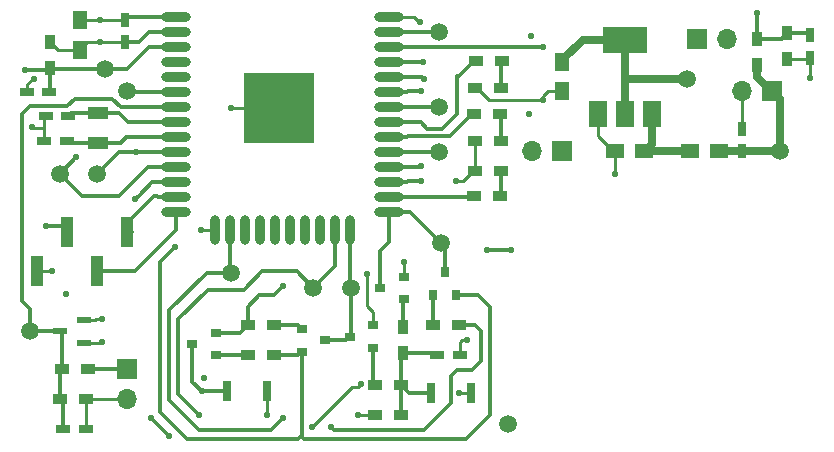
<source format=gbr>
G04 #@! TF.FileFunction,Copper,L1,Top,Signal*
%FSLAX46Y46*%
G04 Gerber Fmt 4.6, Leading zero omitted, Abs format (unit mm)*
G04 Created by KiCad (PCBNEW 4.0.7) date 02/27/19 21:19:10*
%MOMM*%
%LPD*%
G01*
G04 APERTURE LIST*
%ADD10C,0.100000*%
%ADD11R,0.750000X1.200000*%
%ADD12R,1.250000X1.500000*%
%ADD13R,1.200000X0.750000*%
%ADD14R,1.200000X0.900000*%
%ADD15R,1.300000X0.600000*%
%ADD16R,1.000000X2.510000*%
%ADD17R,0.900000X0.800000*%
%ADD18R,0.800000X0.900000*%
%ADD19R,0.900000X1.200000*%
%ADD20R,0.800000X1.700000*%
%ADD21C,1.500000*%
%ADD22R,1.500000X2.200000*%
%ADD23R,3.800000X2.200000*%
%ADD24O,2.500000X0.900000*%
%ADD25O,0.900000X2.500000*%
%ADD26R,6.000000X6.000000*%
%ADD27R,1.800000X1.000000*%
%ADD28R,1.500000X1.250000*%
%ADD29R,1.700000X1.700000*%
%ADD30O,1.700000X1.700000*%
%ADD31C,0.558800*%
%ADD32C,0.635000*%
%ADD33C,0.254000*%
%ADD34C,0.304800*%
G04 APERTURE END LIST*
D10*
D11*
X112230000Y-74595000D03*
X112230000Y-72695000D03*
D12*
X96990000Y-67000000D03*
X96990000Y-69500000D03*
D11*
X59995000Y-65375000D03*
X59995000Y-63475000D03*
D12*
X56185000Y-65975000D03*
X56185000Y-63475000D03*
D13*
X86415702Y-91874130D03*
X88315702Y-91874130D03*
X55037000Y-73701000D03*
X53137000Y-73701000D03*
X55169000Y-71603000D03*
X53269000Y-71603000D03*
X53579000Y-69571000D03*
X51679000Y-69571000D03*
D14*
X89615096Y-69247286D03*
X91815096Y-69247286D03*
X89615096Y-73692286D03*
X91815096Y-73692286D03*
X89615096Y-76232286D03*
X91815096Y-76232286D03*
D15*
X54445000Y-89840000D03*
X56545000Y-88890000D03*
X56545000Y-90790000D03*
D16*
X60160000Y-81450000D03*
X55080000Y-81450000D03*
X57620000Y-84760000D03*
X52540000Y-84760000D03*
D17*
X83600702Y-87109130D03*
X83600702Y-85209130D03*
X81600702Y-86159130D03*
X81015702Y-91234130D03*
X81015702Y-89334130D03*
X79015702Y-90284130D03*
X67680702Y-91869130D03*
X67680702Y-89969130D03*
X65680702Y-90919130D03*
D18*
X86095702Y-86794130D03*
X87995702Y-86794130D03*
X87045702Y-84794130D03*
D17*
X74935702Y-89654130D03*
X74935702Y-91554130D03*
X76935702Y-90604130D03*
D14*
X54445000Y-95555000D03*
X56645000Y-95555000D03*
D19*
X113500000Y-67275000D03*
X113500000Y-65075000D03*
X116040000Y-64610000D03*
X116040000Y-66810000D03*
D14*
X83385702Y-96954130D03*
X81185702Y-96954130D03*
X89710000Y-66980000D03*
X91910000Y-66980000D03*
X83385702Y-94414130D03*
X81185702Y-94414130D03*
D19*
X83555702Y-91704130D03*
X83555702Y-89504130D03*
D14*
X89540000Y-71425000D03*
X91740000Y-71425000D03*
X89540000Y-78410000D03*
X91740000Y-78410000D03*
X72590702Y-91874130D03*
X70390702Y-91874130D03*
X88295702Y-89334130D03*
X86095702Y-89334130D03*
X70390702Y-89334130D03*
X72590702Y-89334130D03*
D19*
X53645000Y-65339000D03*
X53645000Y-67539000D03*
D20*
X89270702Y-95049130D03*
X85870702Y-95049130D03*
X68620000Y-94920000D03*
X72020000Y-94920000D03*
D21*
X92418000Y-97714000D03*
X115405000Y-74600000D03*
X107531000Y-68504000D03*
X86605096Y-64497286D03*
X86605096Y-70847286D03*
X86605096Y-74657286D03*
X58255000Y-67615000D03*
X60160000Y-69520000D03*
X51905000Y-89840000D03*
X57620000Y-76505000D03*
X54445000Y-76505000D03*
X68950702Y-84889130D03*
X75935702Y-86159130D03*
X79110702Y-86159130D03*
X86730702Y-82349130D03*
D22*
X104610000Y-71425000D03*
X102310000Y-71425000D03*
X100010000Y-71425000D03*
D23*
X102310000Y-65125000D03*
D24*
X82330000Y-63255000D03*
X82330000Y-64525000D03*
X82330000Y-65795000D03*
X82330000Y-67065000D03*
X82330000Y-68335000D03*
X82330000Y-69605000D03*
X82330000Y-70875000D03*
X82330000Y-72145000D03*
X82330000Y-73415000D03*
X82330000Y-74685000D03*
X82330000Y-75955000D03*
X82330000Y-77225000D03*
X82330000Y-78495000D03*
X82330000Y-79765000D03*
D25*
X79045000Y-81255000D03*
X77775000Y-81255000D03*
X76505000Y-81255000D03*
X75235000Y-81255000D03*
X73965000Y-81255000D03*
X72695000Y-81255000D03*
X71425000Y-81255000D03*
X70155000Y-81255000D03*
X68885000Y-81255000D03*
X67615000Y-81255000D03*
D24*
X64330000Y-79765000D03*
X64330000Y-78495000D03*
X64330000Y-77225000D03*
X64330000Y-75955000D03*
X64330000Y-74685000D03*
X64330000Y-73415000D03*
X64330000Y-72145000D03*
X64330000Y-70875000D03*
X64330000Y-69605000D03*
X64330000Y-68335000D03*
X64330000Y-67065000D03*
X64330000Y-65795000D03*
X64330000Y-64525000D03*
X64330000Y-63255000D03*
D26*
X73030000Y-70955000D03*
D27*
X57709000Y-73869000D03*
X57709000Y-71369000D03*
D13*
X54765000Y-98095000D03*
X56665000Y-98095000D03*
D28*
X103955000Y-74600000D03*
X101455000Y-74600000D03*
D11*
X117945000Y-64760000D03*
X117945000Y-66660000D03*
D29*
X114770000Y-69520000D03*
D30*
X112230000Y-69520000D03*
D29*
X60160000Y-93015000D03*
D30*
X60160000Y-95555000D03*
D29*
X108420000Y-65075000D03*
D30*
X110960000Y-65075000D03*
D29*
X96990000Y-74600000D03*
D30*
X94450000Y-74600000D03*
D28*
X107805000Y-74600000D03*
X110305000Y-74600000D03*
D14*
X56815000Y-93015000D03*
X54615000Y-93015000D03*
D31*
X101435000Y-76505000D03*
X68923000Y-70917000D03*
X54945000Y-86673000D03*
X87973000Y-77140000D03*
X95339000Y-70282000D03*
X117945000Y-68377000D03*
X84925000Y-63678000D03*
X92418000Y-97714000D03*
X88958832Y-90602000D03*
X83600702Y-83925298D03*
X80480000Y-85014000D03*
X79720130Y-96954130D03*
X72020000Y-96903000D03*
X66434000Y-81255000D03*
X53810000Y-84760000D03*
X58001000Y-90729000D03*
X52108200Y-72568000D03*
X52286000Y-68504000D03*
X57874000Y-63475000D03*
X94323000Y-64821000D03*
X102310000Y-69393000D03*
X102310000Y-67361000D03*
X94196000Y-71425000D03*
X88227000Y-95047000D03*
X66637000Y-93777000D03*
X58001000Y-88824000D03*
X57874000Y-65375000D03*
X113500000Y-62916000D03*
X60160000Y-69520000D03*
X51524000Y-67742000D03*
X66510000Y-94920000D03*
X60862708Y-78639619D03*
X90640000Y-82982000D03*
X92672000Y-82982000D03*
X62192000Y-97206000D03*
X63716000Y-98730000D03*
X75781000Y-97968000D03*
X79972000Y-94285000D03*
X85052000Y-75870000D03*
X73368000Y-97206000D03*
X53302000Y-80950000D03*
X77432000Y-97968000D03*
X73368000Y-86030000D03*
X66256000Y-96952000D03*
X64224000Y-82728000D03*
X85052000Y-77140000D03*
X85052000Y-69520000D03*
X95381000Y-65795000D03*
X60922000Y-74685000D03*
X55842000Y-75108000D03*
X85221000Y-67065000D03*
X85306000Y-68504000D03*
D32*
X114770000Y-69520000D02*
X114691317Y-69520000D01*
X113500000Y-68328683D02*
X113500000Y-67275000D01*
X114691317Y-69520000D02*
X113500000Y-68328683D01*
X115405000Y-74600000D02*
X115405000Y-70155000D01*
X115405000Y-70155000D02*
X114770000Y-69520000D01*
X111849000Y-74600000D02*
X112225000Y-74600000D01*
X110305000Y-74600000D02*
X111849000Y-74600000D01*
X111849000Y-74600000D02*
X115405000Y-74600000D01*
X112225000Y-74600000D02*
X112230000Y-74595000D01*
D33*
X53137000Y-72822000D02*
X53137000Y-72592480D01*
X53137000Y-72592480D02*
X52132680Y-72592480D01*
X52132680Y-72592480D02*
X52108200Y-72568000D01*
X101455000Y-74600000D02*
X101455000Y-76485000D01*
X101455000Y-76485000D02*
X101435000Y-76505000D01*
X73030000Y-70955000D02*
X68961000Y-70955000D01*
X68961000Y-70955000D02*
X68923000Y-70917000D01*
X101455000Y-74600000D02*
X101330000Y-74600000D01*
X101330000Y-74600000D02*
X100010000Y-73280000D01*
X100010000Y-72779000D02*
X100010000Y-71425000D01*
X100010000Y-73280000D02*
X100010000Y-72779000D01*
X88557382Y-77140000D02*
X87973000Y-77140000D01*
X89615096Y-76232286D02*
X89465096Y-76232286D01*
X89465096Y-76232286D02*
X88557382Y-77140000D01*
X89615096Y-76232286D02*
X89615096Y-73692286D01*
X96990000Y-69500000D02*
X95781791Y-69500000D01*
X95781791Y-69500000D02*
X95339000Y-69942791D01*
X95339000Y-69942791D02*
X95339000Y-70282000D01*
X90799810Y-70282000D02*
X95339000Y-70282000D01*
X89615096Y-69247286D02*
X89765096Y-69247286D01*
X89765096Y-69247286D02*
X90799810Y-70282000D01*
X117945000Y-67514000D02*
X117945000Y-68377000D01*
X117945000Y-66660000D02*
X117945000Y-67514000D01*
X116040000Y-66810000D02*
X117795000Y-66810000D01*
X117795000Y-66810000D02*
X117945000Y-66660000D01*
X112230000Y-72695000D02*
X112230000Y-69520000D01*
X82330000Y-63255000D02*
X84438221Y-63255000D01*
X84438221Y-63255000D02*
X84861221Y-63678000D01*
X84861221Y-63678000D02*
X84925000Y-63678000D01*
X81015702Y-89334130D02*
X81015702Y-88208257D01*
X81015702Y-88208257D02*
X80480000Y-87672555D01*
X80480000Y-87672555D02*
X80480000Y-85014000D01*
X88315702Y-91874130D02*
X88315702Y-90763884D01*
X88315702Y-90763884D02*
X88477586Y-90602000D01*
X88477586Y-90602000D02*
X88958832Y-90602000D01*
X83600702Y-85209130D02*
X83600702Y-83925298D01*
X81185702Y-96954130D02*
X79720130Y-96954130D01*
X72020000Y-94920000D02*
X72020000Y-96903000D01*
X67615000Y-81255000D02*
X66434000Y-81255000D01*
X53294000Y-84760000D02*
X53810000Y-84760000D01*
X52540000Y-84760000D02*
X53294000Y-84760000D01*
X57940000Y-90790000D02*
X58001000Y-90729000D01*
X56545000Y-90790000D02*
X57940000Y-90790000D01*
X56645000Y-95555000D02*
X60160000Y-95555000D01*
X56665000Y-98095000D02*
X56665000Y-95575000D01*
X56665000Y-95575000D02*
X56645000Y-95555000D01*
X53137000Y-72822000D02*
X53137000Y-71735000D01*
X53137000Y-73701000D02*
X53137000Y-72822000D01*
X53137000Y-71735000D02*
X53269000Y-71603000D01*
X52117000Y-68504000D02*
X52286000Y-68504000D01*
X51679000Y-69571000D02*
X51679000Y-68942000D01*
X51679000Y-68942000D02*
X52117000Y-68504000D01*
X57874000Y-63475000D02*
X56185000Y-63475000D01*
X59995000Y-63475000D02*
X57874000Y-63475000D01*
D34*
X64330000Y-63255000D02*
X60215000Y-63255000D01*
X60215000Y-63255000D02*
X59995000Y-63475000D01*
D32*
X107805000Y-74600000D02*
X103955000Y-74600000D01*
X103975000Y-74600000D02*
X104610000Y-73965000D01*
X104610000Y-73965000D02*
X104610000Y-71425000D01*
X103955000Y-74600000D02*
X103975000Y-74600000D01*
X102310000Y-69393000D02*
X102310000Y-68250000D01*
X102310000Y-71425000D02*
X102310000Y-69393000D01*
X102310000Y-67361000D02*
X102310000Y-65125000D01*
X102310000Y-68250000D02*
X102310000Y-67361000D01*
D33*
X89270702Y-95049130D02*
X88229130Y-95049130D01*
X88229130Y-95049130D02*
X88227000Y-95047000D01*
X57515000Y-88824000D02*
X58001000Y-88824000D01*
X56545000Y-88890000D02*
X57449000Y-88890000D01*
X57449000Y-88890000D02*
X57515000Y-88824000D01*
X57874000Y-65375000D02*
X56785000Y-65375000D01*
X59995000Y-65375000D02*
X57874000Y-65375000D01*
X56185000Y-65975000D02*
X54281000Y-65975000D01*
X54281000Y-65975000D02*
X53645000Y-65339000D01*
X56785000Y-65375000D02*
X56185000Y-65975000D01*
D32*
X107531000Y-68504000D02*
X102564000Y-68504000D01*
X102564000Y-68504000D02*
X102310000Y-68250000D01*
X96990000Y-67000000D02*
X96990000Y-66875000D01*
X96990000Y-66875000D02*
X98740000Y-65125000D01*
X98740000Y-65125000D02*
X99775000Y-65125000D01*
X99775000Y-65125000D02*
X102310000Y-65125000D01*
D34*
X61980000Y-64525000D02*
X61130000Y-65375000D01*
X61130000Y-65375000D02*
X59995000Y-65375000D01*
X64330000Y-64525000D02*
X61980000Y-64525000D01*
X116040000Y-64610000D02*
X117795000Y-64610000D01*
X117795000Y-64610000D02*
X117945000Y-64760000D01*
X113500000Y-65075000D02*
X115575000Y-65075000D01*
X115575000Y-65075000D02*
X116040000Y-64610000D01*
X113500000Y-62916000D02*
X113500000Y-65075000D01*
X64330000Y-69605000D02*
X60245000Y-69605000D01*
X60245000Y-69605000D02*
X60160000Y-69520000D01*
X54765000Y-98095000D02*
X54765000Y-95875000D01*
X54765000Y-95875000D02*
X54445000Y-95555000D01*
X54445000Y-95555000D02*
X54445000Y-93185000D01*
X54445000Y-93185000D02*
X54615000Y-93015000D01*
X54615000Y-93015000D02*
X54615000Y-90010000D01*
X54615000Y-90010000D02*
X54445000Y-89840000D01*
X51905000Y-89840000D02*
X54445000Y-89840000D01*
X51905000Y-87935000D02*
X51905000Y-89840000D01*
X51270000Y-87300000D02*
X51905000Y-87935000D01*
X51270000Y-71425000D02*
X51270000Y-87300000D01*
X51905000Y-70790000D02*
X51270000Y-71425000D01*
X55080000Y-70790000D02*
X51905000Y-70790000D01*
X55715000Y-70155000D02*
X55080000Y-70790000D01*
X58890000Y-70155000D02*
X55715000Y-70155000D01*
X59610000Y-70875000D02*
X58890000Y-70155000D01*
X64330000Y-70875000D02*
X59610000Y-70875000D01*
X85870702Y-95049130D02*
X84020702Y-95049130D01*
X84020702Y-95049130D02*
X83385702Y-94414130D01*
X83555702Y-91704130D02*
X86245702Y-91704130D01*
X86245702Y-91704130D02*
X86415702Y-91874130D01*
X83385702Y-94414130D02*
X83385702Y-91874130D01*
X83385702Y-91874130D02*
X83555702Y-91704130D01*
X83385702Y-96954130D02*
X83385702Y-94414130D01*
X57709000Y-73869000D02*
X55205000Y-73869000D01*
X55205000Y-73869000D02*
X55037000Y-73701000D01*
X60075000Y-73415000D02*
X59621000Y-73869000D01*
X59621000Y-73869000D02*
X57709000Y-73869000D01*
X64330000Y-73415000D02*
X60075000Y-73415000D01*
X57709000Y-71369000D02*
X55403000Y-71369000D01*
X55403000Y-71369000D02*
X55169000Y-71603000D01*
X60245000Y-72145000D02*
X59469000Y-71369000D01*
X59469000Y-71369000D02*
X57709000Y-71369000D01*
X64330000Y-72145000D02*
X60245000Y-72145000D01*
X51524000Y-67742000D02*
X53442000Y-67742000D01*
X53442000Y-67742000D02*
X53645000Y-67539000D01*
X65680702Y-90919130D02*
X65680702Y-94090702D01*
X65680702Y-94090702D02*
X66510000Y-94920000D01*
X66510000Y-94920000D02*
X68620000Y-94920000D01*
X53645000Y-67539000D02*
X53645000Y-69505000D01*
X53645000Y-69505000D02*
X53579000Y-69571000D01*
X58255000Y-67615000D02*
X53721000Y-67615000D01*
X53721000Y-67615000D02*
X53645000Y-67539000D01*
X61980000Y-65795000D02*
X60160000Y-67615000D01*
X60160000Y-67615000D02*
X58255000Y-67615000D01*
X64330000Y-65795000D02*
X61980000Y-65795000D01*
X91815096Y-69247286D02*
X91815096Y-67074904D01*
X91815096Y-67074904D02*
X91910000Y-66980000D01*
X91815096Y-73692286D02*
X91815096Y-71500096D01*
X91815096Y-71500096D02*
X91740000Y-71425000D01*
X91815096Y-76232286D02*
X91815096Y-78334904D01*
X91815096Y-78334904D02*
X91740000Y-78410000D01*
X62277327Y-77225000D02*
X61142107Y-78360220D01*
X61142107Y-78360220D02*
X60862708Y-78639619D01*
X64330000Y-77225000D02*
X62277327Y-77225000D01*
X92672000Y-82982000D02*
X90640000Y-82982000D01*
D33*
X63716000Y-98730000D02*
X62192000Y-97206000D01*
X79184601Y-94564399D02*
X75781000Y-97968000D01*
X79972000Y-94285000D02*
X79692601Y-94564399D01*
X79692601Y-94564399D02*
X79184601Y-94564399D01*
D34*
X84967000Y-75955000D02*
X85052000Y-75870000D01*
X82330000Y-75955000D02*
X84967000Y-75955000D01*
X72352000Y-98222000D02*
X73368000Y-97206000D01*
X66256000Y-98222000D02*
X72352000Y-98222000D01*
X63716000Y-95682000D02*
X66256000Y-98222000D01*
X63716000Y-88062000D02*
X63716000Y-95682000D01*
X66888870Y-84889130D02*
X63716000Y-88062000D01*
X68950702Y-84889130D02*
X66888870Y-84889130D01*
X68885000Y-81255000D02*
X68885000Y-84823428D01*
X68885000Y-84823428D02*
X68950702Y-84889130D01*
X53302000Y-80950000D02*
X54580000Y-80950000D01*
X54580000Y-80950000D02*
X55080000Y-81450000D01*
X77432000Y-97968000D02*
X77686000Y-98222000D01*
X77686000Y-98222000D02*
X85306000Y-98222000D01*
X85306000Y-98222000D02*
X87592000Y-95936000D01*
X87592000Y-95936000D02*
X87592000Y-93650000D01*
X90132000Y-89840000D02*
X89626130Y-89334130D01*
X89626130Y-89334130D02*
X88295702Y-89334130D01*
X87592000Y-93650000D02*
X88100000Y-93142000D01*
X88100000Y-93142000D02*
X89370000Y-93142000D01*
X90132000Y-92380000D02*
X90132000Y-89840000D01*
X89370000Y-93142000D02*
X90132000Y-92380000D01*
X71336000Y-86792000D02*
X70390702Y-87737298D01*
X70390702Y-87737298D02*
X70390702Y-89334130D01*
X72606000Y-86792000D02*
X71336000Y-86792000D01*
X73368000Y-86030000D02*
X72606000Y-86792000D01*
X67680702Y-89969130D02*
X69755702Y-89969130D01*
X69755702Y-89969130D02*
X70390702Y-89334130D01*
X66256000Y-96952000D02*
X64478000Y-95174000D01*
X64478000Y-95174000D02*
X64478000Y-88824000D01*
X64478000Y-88824000D02*
X66966755Y-86335245D01*
X74536572Y-84760000D02*
X75935702Y-86159130D01*
X66966755Y-86335245D02*
X70014755Y-86335245D01*
X70014755Y-86335245D02*
X71590000Y-84760000D01*
X71590000Y-84760000D02*
X74536572Y-84760000D01*
X75759587Y-86335245D02*
X75935702Y-86159130D01*
X77775000Y-81255000D02*
X77775000Y-84319832D01*
X77775000Y-84319832D02*
X75935702Y-86159130D01*
X64330000Y-78495000D02*
X62775200Y-78495000D01*
X62775200Y-78495000D02*
X62690200Y-78410000D01*
X62690200Y-78410000D02*
X62445000Y-78410000D01*
X62445000Y-78410000D02*
X60160000Y-80695000D01*
X60160000Y-80695000D02*
X60160000Y-81450000D01*
X64330000Y-78495000D02*
X63530000Y-78495000D01*
X60575000Y-81450000D02*
X60160000Y-81450000D01*
X64330000Y-81225000D02*
X60795000Y-84760000D01*
X60795000Y-84760000D02*
X57620000Y-84760000D01*
X64330000Y-79765000D02*
X64330000Y-81225000D01*
X87995702Y-86794130D02*
X88700502Y-86794130D01*
X88874948Y-98971052D02*
X75133052Y-98971052D01*
X88700502Y-86794130D02*
X88702632Y-86792000D01*
X88702632Y-86792000D02*
X89878000Y-86792000D01*
X89878000Y-86792000D02*
X90894000Y-87808000D01*
X90894000Y-87808000D02*
X90894000Y-96952000D01*
X90894000Y-96952000D02*
X88874948Y-98971052D01*
X75133052Y-98971052D02*
X74892000Y-98730000D01*
X74935702Y-91554130D02*
X74935702Y-98686298D01*
X74935702Y-98686298D02*
X74892000Y-98730000D01*
X65240000Y-98984000D02*
X62954000Y-96698000D01*
X74638000Y-98984000D02*
X65240000Y-98984000D01*
X74892000Y-98730000D02*
X74638000Y-98984000D01*
X62954000Y-96698000D02*
X62954000Y-83998000D01*
X62954000Y-83998000D02*
X64224000Y-82728000D01*
X72590702Y-91874130D02*
X74615702Y-91874130D01*
X74615702Y-91874130D02*
X74935702Y-91554130D01*
X83969800Y-77140000D02*
X85052000Y-77140000D01*
X82330000Y-77225000D02*
X83884800Y-77225000D01*
X83884800Y-77225000D02*
X83969800Y-77140000D01*
X83969800Y-69520000D02*
X85052000Y-69520000D01*
X82330000Y-69605000D02*
X83884800Y-69605000D01*
X83884800Y-69605000D02*
X83969800Y-69520000D01*
X82330000Y-65795000D02*
X95381000Y-65795000D01*
X60922000Y-74685000D02*
X59440000Y-74685000D01*
X64330000Y-74685000D02*
X60922000Y-74685000D01*
X59440000Y-74685000D02*
X57620000Y-76505000D01*
X83555702Y-89504130D02*
X83555702Y-87154130D01*
X83555702Y-87154130D02*
X83600702Y-87109130D01*
X87045702Y-84794130D02*
X87045702Y-82664130D01*
X87045702Y-82664130D02*
X86730702Y-82349130D01*
X81600702Y-83004298D02*
X82330000Y-82275000D01*
X82330000Y-82275000D02*
X82330000Y-80519800D01*
X82330000Y-80519800D02*
X82330000Y-79765000D01*
X81600702Y-86159130D02*
X81600702Y-83004298D01*
X82330000Y-79765000D02*
X84146572Y-79765000D01*
X84146572Y-79765000D02*
X86730702Y-82349130D01*
X81015702Y-91234130D02*
X81015702Y-94244130D01*
X81015702Y-94244130D02*
X81185702Y-94414130D01*
X79110702Y-86159130D02*
X79110702Y-90189130D01*
X79110702Y-90189130D02*
X79015702Y-90284130D01*
X76935702Y-90604130D02*
X78695702Y-90604130D01*
X78695702Y-90604130D02*
X79015702Y-90284130D01*
X79045000Y-81255000D02*
X79045000Y-86093428D01*
X79045000Y-86093428D02*
X79110702Y-86159130D01*
X67680702Y-91869130D02*
X70385702Y-91869130D01*
X70385702Y-91869130D02*
X70390702Y-91874130D01*
X86095702Y-86794130D02*
X86095702Y-89334130D01*
X72590702Y-89334130D02*
X74615702Y-89334130D01*
X74615702Y-89334130D02*
X74935702Y-89654130D01*
X64330000Y-75955000D02*
X61900232Y-75955000D01*
X61900232Y-75955000D02*
X59445232Y-78410000D01*
X59445232Y-78410000D02*
X56350000Y-78410000D01*
X56350000Y-78410000D02*
X54445000Y-76505000D01*
X55842000Y-75108000D02*
X54445000Y-76505000D01*
X82330000Y-72145000D02*
X85010000Y-72145000D01*
X85010000Y-72145000D02*
X85560000Y-72695000D01*
X85560000Y-72695000D02*
X86830000Y-72695000D01*
X86830000Y-72695000D02*
X88100000Y-71425000D01*
X88100000Y-71425000D02*
X88100000Y-68250000D01*
X88100000Y-68250000D02*
X88290000Y-68250000D01*
X88290000Y-68250000D02*
X89560000Y-66980000D01*
X89560000Y-66980000D02*
X89710000Y-66980000D01*
X82330000Y-73415000D02*
X83884800Y-73415000D01*
X83884800Y-73415000D02*
X83969800Y-73330000D01*
X83969800Y-73330000D02*
X87485000Y-73330000D01*
X87485000Y-73330000D02*
X89390000Y-71425000D01*
X89390000Y-71425000D02*
X89540000Y-71425000D01*
X82330000Y-78495000D02*
X89455000Y-78495000D01*
X89455000Y-78495000D02*
X89540000Y-78410000D01*
X82330000Y-67065000D02*
X85221000Y-67065000D01*
X85137000Y-68335000D02*
X85306000Y-68504000D01*
X82330000Y-68335000D02*
X85137000Y-68335000D01*
X82330000Y-64525000D02*
X86577382Y-64525000D01*
X86577382Y-64525000D02*
X86605096Y-64497286D01*
X82330000Y-70875000D02*
X86577382Y-70875000D01*
X86577382Y-70875000D02*
X86605096Y-70847286D01*
X82330000Y-74685000D02*
X86577382Y-74685000D01*
X86577382Y-74685000D02*
X86605096Y-74657286D01*
X60160000Y-93015000D02*
X56815000Y-93015000D01*
M02*

</source>
